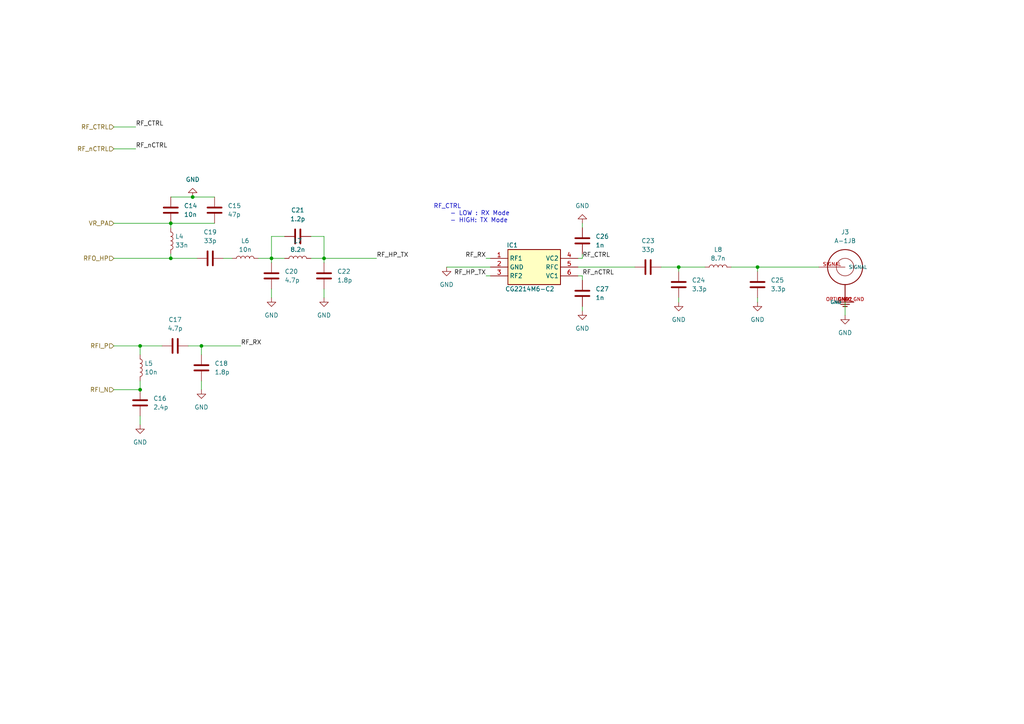
<source format=kicad_sch>
(kicad_sch (version 20230121) (generator eeschema)
  (paper "A4")
  (lib_symbols
    (symbol "A-1JB:A-1JB" (pin_names (offset 1.016))
      (property "Reference" "J" (at -7.6262 5.0841 0))
      (property "Value" "A-1JB" (at -7.6328 -7.6328 0))
      (symbol "A-1JB_0_0"
        (polyline (pts (xy -1.27 -10.795) (xy 1.27 -10.795)) (stroke (width 0.254)))
        (polyline (pts (xy -0.635 -11.43) (xy 0.635 -11.43)) (stroke (width 0.254)))
        (polyline (pts (xy 0 -10.16) (xy -2.54 -10.16)) (stroke (width 0.254)))
        (polyline (pts (xy 0 -10.16) (xy 2.54 -10.16)) (stroke (width 0.254)))
        (polyline (pts (xy 0 -5.08) (xy 0 -10.16)) (stroke (width 0.254)))
        (circle (center 0 0) (radius 2.54))
        (circle (center 0 0) (radius 5.08) (stroke (width 0.254)))
        (pin passive line (at 0 -10.16 0) (length 0) (name "GND") (number "GND1"))
        (pin passive line (at 0 -10.16 0) (length 0) (name "GND") (number "GND2"))
        (pin passive line (at 0 -10.16 0) (length 0) (name "GND") (number "OPTIONAL_GND"))
        (pin passive line (at 7.62 0 180) (length 7.62) (name "SIGNAL") (number "SIGNAL"))
      )
    )
    (symbol "CG2214M6-C2:CG2214M6-C2"
      (property "Reference" "IC" (at 21.59 7.62 0))
      (property "Value" "CG2214M6-C2" (at 21.59 5.08 0))
      (symbol "CG2214M6-C2_1_1"
        (rectangle (start 5.08 2.54) (end 20.32 -7.62) (stroke (width 0.254)) (fill (type background)))
        (pin passive line (at 0 0 0) (length 5.08) (name "RF1") (number "1"))
        (pin passive line (at 0 -2.54 0) (length 5.08) (name "GND") (number "2"))
        (pin passive line (at 0 -5.08 0) (length 5.08) (name "RF2") (number "3"))
        (pin passive line (at 25.4 0 180) (length 5.08) (name "VC2") (number "4"))
        (pin passive line (at 25.4 -2.54 180) (length 5.08) (name "RFC") (number "5"))
        (pin passive line (at 25.4 -5.08 180) (length 5.08) (name "VC1") (number "6"))
      )
    )
    (symbol "Device:C" (pin_numbers hide) (pin_names (offset 0.254))
      (property "Reference" "C" (at 0.635 2.54 0))
      (property "Value" "C" (at 0.635 -2.54 0))
      (symbol "C_0_1"
        (polyline (pts (xy -2.032 -0.762) (xy 2.032 -0.762)) (stroke (width 0.508)))
        (polyline (pts (xy -2.032 0.762) (xy 2.032 0.762)) (stroke (width 0.508)))
      )
      (symbol "C_1_1"
        (pin passive line (at 0 3.81 270) (length 2.794) (name "~") (number "1"))
        (pin passive line (at 0 -3.81 90) (length 2.794) (name "~") (number "2"))
      )
    )
    (symbol "Device:L" (pin_numbers hide) (pin_names (offset 1.016) hide)
      (property "Reference" "L" (at -1.27 0 90))
      (property "Value" "L" (at 1.905 0 90))
      (symbol "L_0_1"
        (arc (start 0 -2.54) (mid 0.6323 -1.905) (end 0 -1.27))
        (arc (start 0 -1.27) (mid 0.6323 -0.635) (end 0 0))
        (arc (start 0 0) (mid 0.6323 0.635) (end 0 1.27))
        (arc (start 0 1.27) (mid 0.6323 1.905) (end 0 2.54))
      )
      (symbol "L_1_1"
        (pin passive line (at 0 3.81 270) (length 1.27) (name "1") (number "1"))
        (pin passive line (at 0 -3.81 90) (length 1.27) (name "2") (number "2"))
      )
    )
    (symbol "power:GND" (power) (pin_names (offset 0))
      (property "Value" "GND" (at 0 -3.81 0))
      (symbol "GND_0_1"
        (polyline (pts (xy 0 0) (xy 0 -1.27) (xy 1.27 -1.27) (xy 0 -2.54) (xy -1.27 -1.27) (xy 0 -1.27)))
      )
      (symbol "GND_1_1"
        (pin power_in line (at 0 0 270) (length 0) hide (name "GND") (number "1"))
      )
    )
  )
  (junction (at 49.53 74.93))
  (junction (at 49.53 64.77))
  (junction (at 55.88 57.15))
  (junction (at 219.71 77.47))
  (junction (at 93.98 74.93))
  (junction (at 40.64 100.33))
  (junction (at 40.64 113.03))
  (junction (at 78.74 74.93))
  (junction (at 196.85 77.47))
  (junction (at 58.42 100.33))
  (wire (pts (xy 78.74 74.93) (xy 78.74 76.2)))
  (wire (pts (xy 33.02 43.18) (xy 39.37 43.18)))
  (wire (pts (xy 33.02 74.93) (xy 49.53 74.93)))
  (wire (pts (xy 168.91 73.66) (xy 168.91 74.93)))
  (wire (pts (xy 49.53 66.04) (xy 49.53 64.77)))
  (wire (pts (xy 90.17 74.93) (xy 93.98 74.93)))
  (wire (pts (xy 40.64 102.87) (xy 40.64 100.33)))
  (wire (pts (xy 40.64 100.33) (xy 46.99 100.33)))
  (wire (pts (xy 49.53 57.15) (xy 55.88 57.15)))
  (wire (pts (xy 168.91 80.01) (xy 168.91 81.28)))
  (wire (pts (xy 58.42 100.33) (xy 58.42 102.87)))
  (wire (pts (xy 58.42 110.49) (xy 58.42 113.03)))
  (wire (pts (xy 196.85 77.47) (xy 204.47 77.47)))
  (wire (pts (xy 129.54 77.47) (xy 142.24 77.47)))
  (wire (pts (xy 196.85 87.63) (xy 196.85 86.36)))
  (wire (pts (xy 93.98 68.58) (xy 93.98 74.93)))
  (wire (pts (xy 55.88 57.15) (xy 62.23 57.15)))
  (wire (pts (xy 40.64 113.03) (xy 33.02 113.03)))
  (wire (pts (xy 167.64 80.01) (xy 168.91 80.01)))
  (wire (pts (xy 140.97 80.01) (xy 142.24 80.01)))
  (wire (pts (xy 168.91 64.77) (xy 168.91 66.04)))
  (wire (pts (xy 40.64 110.49) (xy 40.64 113.03)))
  (wire (pts (xy 93.98 74.93) (xy 93.98 76.2)))
  (wire (pts (xy 49.53 74.93) (xy 57.15 74.93)))
  (wire (pts (xy 219.71 86.36) (xy 219.71 87.63)))
  (wire (pts (xy 93.98 83.82) (xy 93.98 86.36)))
  (wire (pts (xy 58.42 100.33) (xy 69.85 100.33)))
  (wire (pts (xy 90.17 68.58) (xy 93.98 68.58)))
  (wire (pts (xy 40.64 120.65) (xy 40.64 123.19)))
  (wire (pts (xy 78.74 83.82) (xy 78.74 86.36)))
  (wire (pts (xy 82.55 68.58) (xy 78.74 68.58)))
  (wire (pts (xy 212.09 77.47) (xy 219.71 77.47)))
  (wire (pts (xy 40.64 100.33) (xy 33.02 100.33)))
  (wire (pts (xy 33.02 64.77) (xy 49.53 64.77)))
  (wire (pts (xy 245.11 87.63) (xy 245.11 91.44)))
  (wire (pts (xy 140.97 74.93) (xy 142.24 74.93)))
  (wire (pts (xy 191.77 77.47) (xy 196.85 77.47)))
  (wire (pts (xy 168.91 90.17) (xy 168.91 88.9)))
  (wire (pts (xy 219.71 78.74) (xy 219.71 77.47)))
  (wire (pts (xy 78.74 68.58) (xy 78.74 74.93)))
  (wire (pts (xy 74.93 74.93) (xy 78.74 74.93)))
  (wire (pts (xy 33.02 36.83) (xy 39.37 36.83)))
  (wire (pts (xy 49.53 74.93) (xy 49.53 73.66)))
  (wire (pts (xy 93.98 74.93) (xy 109.22 74.93)))
  (wire (pts (xy 168.91 74.93) (xy 167.64 74.93)))
  (wire (pts (xy 64.77 74.93) (xy 67.31 74.93)))
  (wire (pts (xy 78.74 74.93) (xy 82.55 74.93)))
  (wire (pts (xy 49.53 64.77) (xy 62.23 64.77)))
  (wire (pts (xy 219.71 77.47) (xy 237.49 77.47)))
  (wire (pts (xy 54.61 100.33) (xy 58.42 100.33)))
  (wire (pts (xy 167.64 77.47) (xy 184.15 77.47)))
  (wire (pts (xy 196.85 78.74) (xy 196.85 77.47)))
  (text "RF_CTRL \n	- LOW : RX Mode\n	- HIGH: TX Mode" (at 125.73 64.77 0) (effects (font (size 1.27 1.27)) (justify left bottom)))
  (label "RF_RX" (at 140.97 74.93 180))
  (label "RF_CTRL" (at 168.91 74.93 0))
  (label "RF_nCTRL" (at 39.37 43.18 0))
  (label "RF_nCTRL" (at 168.91 80.01 0))
  (label "RF_HP_TX" (at 140.97 80.01 180))
  (label "RF_HP_TX" (at 109.22 74.93 0))
  (label "RF_RX" (at 69.85 100.33 0))
  (label "RF_CTRL" (at 39.37 36.83 0))
  (hierarchical_label "VR_PA" (shape input) (at 33.02 64.77 180))
  (hierarchical_label "RF_CTRL" (shape input) (at 33.02 36.83 180))
  (hierarchical_label "RF_nCTRL" (shape input) (at 33.02 43.18 180))
  (hierarchical_label "RFO_HP" (shape input) (at 33.02 74.93 180))
  (hierarchical_label "RFI_P" (shape input) (at 33.02 100.33 180))
  (hierarchical_label "RFI_N" (shape input) (at 33.02 113.03 180))
  (symbol (lib_id "Device:L") (at 40.64 106.68 0) (unit 1)
    (property "Reference" "L5" (at 41.91 105.41 0) (effects (justify left)))
    (property "Value" "10n" (at 41.91 107.95 0) (effects (justify left)))
    (property "Footprint" "Inductor_SMD:L_0603_1608Metric" (effects hide))
  )
  (symbol (lib_id "power:GND") (at 129.54 77.47 0) (unit 1)
    (property "Reference" "#PWR045" (effects hide))
    (property "Value" "GND" (at 129.54 82.55 0))
  )
  (symbol (lib_id "power:GND") (at 168.91 64.77 180) (unit 1)
    (property "Reference" "#PWR049" (effects hide))
    (property "Value" "GND" (at 168.91 59.69 0))
  )
  (symbol (lib_id "Device:C") (at 78.74 80.01 0) (unit 1)
    (property "Reference" "C20" (at 82.55 78.74 0) (effects (justify left)))
    (property "Value" "4.7p" (at 82.55 81.28 0) (effects (justify left)))
    (property "Footprint" "Capacitor_SMD:C_0603_1608Metric" (effects hide))
  )
  (symbol (lib_id "power:GND") (at 78.74 86.36 0) (unit 1)
    (property "Reference" "#PWR043" (effects hide))
    (property "Value" "GND" (at 78.74 91.44 0))
  )
  (symbol (lib_id "power:GND") (at 168.91 90.17 0) (unit 1)
    (property "Reference" "#PWR048" (effects hide))
    (property "Value" "GND" (at 168.91 95.25 0))
  )
  (symbol (lib_id "power:GND") (at 93.98 86.36 0) (unit 1)
    (property "Reference" "#PWR044" (effects hide))
    (property "Value" "GND" (at 93.98 91.44 0))
  )
  (symbol (lib_id "A-1JB:A-1JB") (at 245.11 77.47 0) (mirror y) (unit 1)
    (property "Reference" "J3" (at 245.11 67.31 0))
    (property "Value" "A-1JB" (at 245.11 69.85 0))
    (property "Footprint" "A-1JB:AMPHENOL_A-1JB" (effects hide))
    (property "MANUFACTURER" "Amphenol" (effects hide))
    (property "Link" "https://www.digikey.ca/en/products/detail/amphenol-rf/A-1JB/1012540" (effects hide))
  )
  (symbol (lib_id "power:GND") (at 219.71 87.63 0) (unit 1)
    (property "Reference" "#PWR047" (effects hide))
    (property "Value" "GND" (at 219.71 92.71 0))
  )
  (symbol (lib_id "Device:C") (at 168.91 85.09 180) (unit 1)
    (property "Reference" "C27" (at 172.72 83.82 0) (effects (justify right)))
    (property "Value" "1n" (at 172.72 86.36 0) (effects (justify right)))
    (property "Footprint" "Capacitor_SMD:C_0603_1608Metric" (effects hide))
  )
  (symbol (lib_id "Device:C") (at 86.36 68.58 90) (unit 1)
    (property "Reference" "C21" (at 86.36 60.96 90))
    (property "Value" "1.2p" (at 86.36 63.5 90))
    (property "Footprint" "Capacitor_SMD:C_0603_1608Metric" (effects hide))
  )
  (symbol (lib_id "Device:C") (at 49.53 60.96 0) (unit 1)
    (property "Reference" "C14" (at 53.34 59.69 0) (effects (justify left)))
    (property "Value" "10n" (at 53.34 62.23 0) (effects (justify left)))
    (property "Footprint" "Capacitor_SMD:C_0603_1608Metric" (effects hide))
  )
  (symbol (lib_id "power:GND") (at 58.42 113.03 0) (unit 1)
    (property "Reference" "#PWR042" (effects hide))
    (property "Value" "GND" (at 58.42 118.11 0))
  )
  (symbol (lib_id "power:GND") (at 196.85 87.63 0) (unit 1)
    (property "Reference" "#PWR046" (effects hide))
    (property "Value" "GND" (at 196.85 92.71 0))
  )
  (symbol (lib_id "Device:L") (at 71.12 74.93 90) (unit 1)
    (property "Reference" "L6" (at 71.12 69.85 90))
    (property "Value" "10n" (at 71.12 72.39 90))
    (property "Footprint" "Inductor_SMD:L_0603_1608Metric" (effects hide))
  )
  (symbol (lib_id "power:GND") (at 245.11 91.44 0) (unit 1)
    (property "Reference" "#PWR052" (effects hide))
    (property "Value" "GND" (at 245.11 96.52 0))
  )
  (symbol (lib_id "power:GND") (at 55.88 57.15 180) (unit 1)
    (property "Reference" "#PWR040" (effects hide))
    (property "Value" "GND" (at 55.88 52.07 0))
  )
  (symbol (lib_id "Device:C") (at 168.91 69.85 180) (unit 1)
    (property "Reference" "C26" (at 172.72 68.58 0) (effects (justify right)))
    (property "Value" "1n" (at 172.72 71.12 0) (effects (justify right)))
    (property "Footprint" "Capacitor_SMD:C_0603_1608Metric" (effects hide))
  )
  (symbol (lib_id "Device:C") (at 60.96 74.93 270) (unit 1)
    (property "Reference" "C19" (at 60.96 67.31 90))
    (property "Value" "33p" (at 60.96 69.85 90))
    (property "Footprint" "Capacitor_SMD:C_0603_1608Metric" (effects hide))
  )
  (symbol (lib_id "Device:C") (at 93.98 80.01 0) (unit 1)
    (property "Reference" "C22" (at 97.79 78.74 0) (effects (justify left)))
    (property "Value" "1.8p" (at 97.79 81.28 0) (effects (justify left)))
    (property "Footprint" "Capacitor_SMD:C_0603_1608Metric" (effects hide))
  )
  (symbol (lib_id "Device:C") (at 62.23 60.96 0) (unit 1)
    (property "Reference" "C15" (at 66.04 59.69 0) (effects (justify left)))
    (property "Value" "47p" (at 66.04 62.23 0) (effects (justify left)))
    (property "Footprint" "Capacitor_SMD:C_0603_1608Metric" (effects hide))
  )
  (symbol (lib_id "Device:L") (at 49.53 69.85 0) (unit 1)
    (property "Reference" "L4" (at 50.8 68.58 0) (effects (justify left)))
    (property "Value" "33n" (at 50.8 71.12 0) (effects (justify left)))
    (property "Footprint" "Inductor_SMD:L_0603_1608Metric" (effects hide))
  )
  (symbol (lib_id "Device:L") (at 208.28 77.47 90) (unit 1)
    (property "Reference" "L8" (at 208.28 72.39 90))
    (property "Value" "8.7n" (at 208.28 74.93 90))
    (property "Footprint" "Inductor_SMD:L_0603_1608Metric" (effects hide))
  )
  (symbol (lib_id "Device:C") (at 187.96 77.47 90) (unit 1)
    (property "Reference" "C23" (at 187.96 69.85 90))
    (property "Value" "33p" (at 187.96 72.39 90))
    (property "Footprint" "Capacitor_SMD:C_0603_1608Metric" (effects hide))
  )
  (symbol (lib_id "power:GND") (at 40.64 123.19 0) (unit 1)
    (property "Reference" "#PWR041" (effects hide))
    (property "Value" "GND" (at 40.64 128.27 0))
  )
  (symbol (lib_id "Device:C") (at 50.8 100.33 90) (unit 1)
    (property "Reference" "C17" (at 50.8 92.71 90))
    (property "Value" "4.7p" (at 50.8 95.25 90))
    (property "Footprint" "Capacitor_SMD:C_0603_1608Metric" (effects hide))
  )
  (symbol (lib_id "Device:C") (at 219.71 82.55 0) (unit 1)
    (property "Reference" "C25" (at 223.52 81.28 0) (effects (justify left)))
    (property "Value" "3.3p" (at 223.52 83.82 0) (effects (justify left)))
    (property "Footprint" "Capacitor_SMD:C_0603_1608Metric" (effects hide))
  )
  (symbol (lib_id "CG2214M6-C2:CG2214M6-C2") (at 142.24 74.93 0) (unit 1)
    (property "Reference" "IC1" (at 148.59 71.12 0))
    (property "Value" "CG2214M6-C2" (at 153.67 83.82 0))
    (property "Footprint" "CG2214M6-C2:SOTFL48P130X55-6N" (effects hide))
    (property "Datasheet" "http://www.cel.com/pdf/datasheets/CG2214M6.pdf" (effects hide))
    (property "Height" "0.55" (effects hide))
    (property "Manufacturer_Name" "CEL" (effects hide))
    (property "Manufacturer_Part_Number" "CG2214M6-C2" (effects hide))
    (property "Link" "https://www.digikey.ca/en/products/detail/cel/CG2214M6-C2/6165454" (effects hide))
  )
  (symbol (lib_id "Device:L") (at 86.36 74.93 90) (unit 1)
    (property "Reference" "L7" (at 86.36 69.85 90))
    (property "Value" "8.2n" (at 86.36 72.39 90))
    (property "Footprint" "Inductor_SMD:L_0603_1608Metric" (effects hide))
  )
  (symbol (lib_id "Device:C") (at 196.85 82.55 0) (unit 1)
    (property "Reference" "C24" (at 200.66 81.28 0) (effects (justify left)))
    (property "Value" "3.3p" (at 200.66 83.82 0) (effects (justify left)))
    (property "Footprint" "Capacitor_SMD:C_0603_1608Metric" (effects hide))
  )
  (symbol (lib_id "Device:C") (at 40.64 116.84 0) (unit 1)
    (property "Reference" "C16" (at 44.45 115.57 0) (effects (justify left)))
    (property "Value" "2.4p" (at 44.45 118.11 0) (effects (justify left)))
    (property "Footprint" "Capacitor_SMD:C_0603_1608Metric" (effects hide))
  )
  (symbol (lib_id "Device:C") (at 58.42 106.68 180) (unit 1)
    (property "Reference" "C18" (at 62.23 105.41 0) (effects (justify right)))
    (property "Value" "1.8p" (at 62.23 107.95 0) (effects (justify right)))
    (property "Footprint" "Capacitor_SMD:C_0603_1608Metric" (effects hide))
  )
)
</source>
